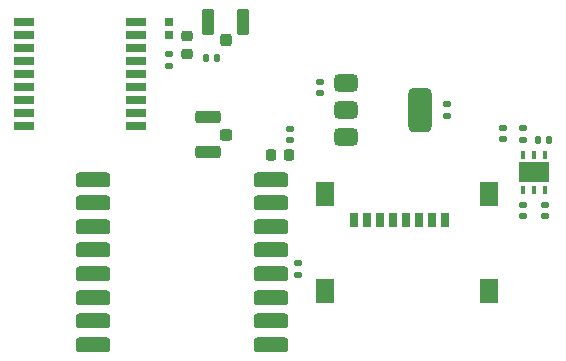
<source format=gbr>
%TF.GenerationSoftware,KiCad,Pcbnew,8.0.6*%
%TF.CreationDate,2025-01-17T09:04:30-05:00*%
%TF.ProjectId,Vanguard_V2,56616e67-7561-4726-945f-56322e6b6963,rev?*%
%TF.SameCoordinates,Original*%
%TF.FileFunction,Paste,Bot*%
%TF.FilePolarity,Positive*%
%FSLAX46Y46*%
G04 Gerber Fmt 4.6, Leading zero omitted, Abs format (unit mm)*
G04 Created by KiCad (PCBNEW 8.0.6) date 2025-01-17 09:04:30*
%MOMM*%
%LPD*%
G01*
G04 APERTURE LIST*
G04 Aperture macros list*
%AMRoundRect*
0 Rectangle with rounded corners*
0 $1 Rounding radius*
0 $2 $3 $4 $5 $6 $7 $8 $9 X,Y pos of 4 corners*
0 Add a 4 corners polygon primitive as box body*
4,1,4,$2,$3,$4,$5,$6,$7,$8,$9,$2,$3,0*
0 Add four circle primitives for the rounded corners*
1,1,$1+$1,$2,$3*
1,1,$1+$1,$4,$5*
1,1,$1+$1,$6,$7*
1,1,$1+$1,$8,$9*
0 Add four rect primitives between the rounded corners*
20,1,$1+$1,$2,$3,$4,$5,0*
20,1,$1+$1,$4,$5,$6,$7,0*
20,1,$1+$1,$6,$7,$8,$9,0*
20,1,$1+$1,$8,$9,$2,$3,0*%
G04 Aperture macros list end*
%ADD10RoundRect,0.140000X-0.170000X0.140000X-0.170000X-0.140000X0.170000X-0.140000X0.170000X0.140000X0*%
%ADD11RoundRect,0.140000X-0.140000X-0.170000X0.140000X-0.170000X0.140000X0.170000X-0.140000X0.170000X0*%
%ADD12RoundRect,0.135000X-0.185000X0.135000X-0.185000X-0.135000X0.185000X-0.135000X0.185000X0.135000X0*%
%ADD13RoundRect,0.140000X0.170000X-0.140000X0.170000X0.140000X-0.170000X0.140000X-0.170000X-0.140000X0*%
%ADD14R,0.650000X0.700000*%
%ADD15RoundRect,0.375000X-0.625000X-0.375000X0.625000X-0.375000X0.625000X0.375000X-0.625000X0.375000X0*%
%ADD16RoundRect,0.500000X-0.500000X-1.400000X0.500000X-1.400000X0.500000X1.400000X-0.500000X1.400000X0*%
%ADD17RoundRect,0.317500X-1.157500X-0.317500X1.157500X-0.317500X1.157500X0.317500X-1.157500X0.317500X0*%
%ADD18R,0.400000X0.800000*%
%ADD19R,2.500000X1.750000*%
%ADD20RoundRect,0.250000X0.250000X-0.275000X0.250000X0.275000X-0.250000X0.275000X-0.250000X-0.275000X0*%
%ADD21RoundRect,0.250000X0.275000X-0.850000X0.275000X0.850000X-0.275000X0.850000X-0.275000X-0.850000X0*%
%ADD22R,1.800000X0.700000*%
%ADD23R,1.800000X0.800000*%
%ADD24RoundRect,0.225000X-0.225000X-0.250000X0.225000X-0.250000X0.225000X0.250000X-0.225000X0.250000X0*%
%ADD25RoundRect,0.250000X0.275000X0.250000X-0.275000X0.250000X-0.275000X-0.250000X0.275000X-0.250000X0*%
%ADD26RoundRect,0.250000X0.850000X0.275000X-0.850000X0.275000X-0.850000X-0.275000X0.850000X-0.275000X0*%
%ADD27RoundRect,0.147500X-0.172500X0.147500X-0.172500X-0.147500X0.172500X-0.147500X0.172500X0.147500X0*%
%ADD28R,1.500000X2.000000*%
%ADD29R,0.800000X1.200000*%
%ADD30RoundRect,0.225000X-0.250000X0.225000X-0.250000X-0.225000X0.250000X-0.225000X0.250000X0.225000X0*%
G04 APERTURE END LIST*
D10*
%TO.C,C7*%
X130700000Y-79420000D03*
X130700000Y-80380000D03*
%TD*%
D11*
%TO.C,C23*%
X121020000Y-77400000D03*
X121980000Y-77400000D03*
%TD*%
D12*
%TO.C,R3*%
X147828000Y-83310000D03*
X147828000Y-84330000D03*
%TD*%
D13*
%TO.C,C32*%
X128100000Y-84380000D03*
X128100000Y-83420000D03*
%TD*%
%TO.C,C31*%
X128800000Y-95760000D03*
X128800000Y-94800000D03*
%TD*%
D14*
%TO.C,D3*%
X117856000Y-74380000D03*
X117856000Y-75480000D03*
%TD*%
D15*
%TO.C,U2*%
X132850000Y-84100000D03*
X132850000Y-81800000D03*
D16*
X139150000Y-81800000D03*
D15*
X132850000Y-79500000D03*
%TD*%
D17*
%TO.C,U6*%
X111474000Y-101700000D03*
X111474000Y-99700000D03*
X111474000Y-97700000D03*
X111474000Y-95700000D03*
X111474000Y-93700000D03*
X111474000Y-91700000D03*
X111474000Y-89700000D03*
X111474000Y-87700000D03*
X126524000Y-87700000D03*
X126524000Y-89700000D03*
X126524000Y-91700000D03*
X126524000Y-93700000D03*
X126524000Y-95700000D03*
X126524000Y-97700000D03*
X126524000Y-99700000D03*
X126524000Y-101700000D03*
%TD*%
D18*
%TO.C,IC1*%
X147828000Y-85598000D03*
X148778000Y-85598000D03*
X149728000Y-85598000D03*
X149728000Y-88598000D03*
X148778000Y-88598000D03*
X147828000Y-88598000D03*
D19*
X148778000Y-87098000D03*
%TD*%
D13*
%TO.C,C8*%
X141400000Y-82280000D03*
X141400000Y-81320000D03*
%TD*%
D10*
%TO.C,C16*%
X149733000Y-89817000D03*
X149733000Y-90777000D03*
%TD*%
D11*
%TO.C,C15*%
X149126000Y-84328000D03*
X150086000Y-84328000D03*
%TD*%
D20*
%TO.C,J7*%
X122682000Y-75853000D03*
D21*
X121207000Y-74328000D03*
X124157000Y-74328000D03*
%TD*%
D10*
%TO.C,C17*%
X147828000Y-89817000D03*
X147828000Y-90777000D03*
%TD*%
D22*
%TO.C,IC2*%
X105613000Y-83140000D03*
D23*
X105613000Y-82040000D03*
X105613000Y-80940000D03*
X105613000Y-79840000D03*
X105613000Y-78740000D03*
X105613000Y-77640000D03*
X105613000Y-76540000D03*
X105613000Y-75440000D03*
D22*
X105613000Y-74340000D03*
X115113000Y-74340000D03*
D23*
X115113000Y-75440000D03*
X115113000Y-76540000D03*
X115113000Y-77640000D03*
X115113000Y-78740000D03*
X115113000Y-79840000D03*
X115113000Y-80940000D03*
X115113000Y-82040000D03*
D22*
X115113000Y-83140000D03*
%TD*%
D24*
%TO.C,FB3*%
X126525000Y-85600000D03*
X128075000Y-85600000D03*
%TD*%
D25*
%TO.C,J9*%
X122725000Y-83900000D03*
D26*
X121200000Y-85375000D03*
X121200000Y-82425000D03*
%TD*%
D27*
%TO.C,D2*%
X146200000Y-83335000D03*
X146200000Y-84305000D03*
%TD*%
D28*
%TO.C,J3*%
X131104000Y-88900000D03*
X144994000Y-88900000D03*
X144994000Y-97100000D03*
X131104000Y-97100000D03*
D29*
X141274000Y-91100000D03*
X140174000Y-91100000D03*
X139074000Y-91100000D03*
X137974000Y-91100000D03*
X136874000Y-91100000D03*
X135774000Y-91100000D03*
X134674000Y-91100000D03*
X133574000Y-91100000D03*
%TD*%
D30*
%TO.C,FB2*%
X119380000Y-75552000D03*
X119380000Y-77102000D03*
%TD*%
D12*
%TO.C,R11*%
X117856000Y-77087000D03*
X117856000Y-78107000D03*
%TD*%
M02*

</source>
